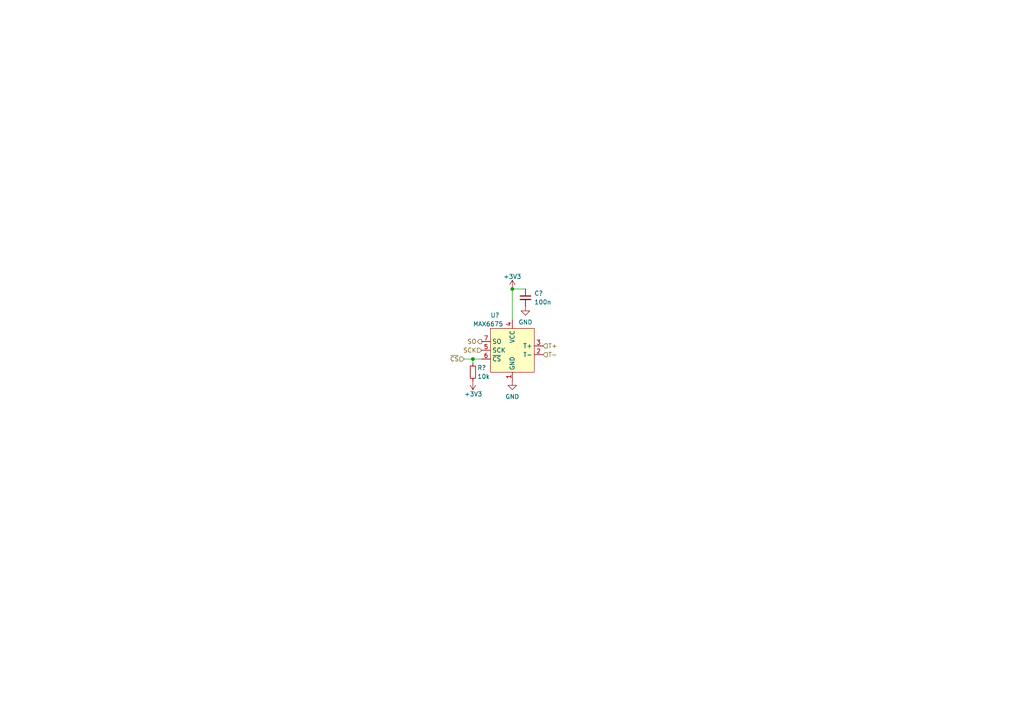
<source format=kicad_sch>
(kicad_sch (version 20211123) (generator eeschema)
  (paper "A4")
  (lib_symbols
    (symbol "Device:C_Small" (pin_numbers hide) (pin_names (offset 0.254) hide)
      (property "Reference" "C" (at 0.254 1.778 0))
      (property "Value" "C_Small" (at 0.254 -2.032 0))
      (symbol "C_Small_0_1"
        (polyline (pts (xy -1.524 -0.508) (xy 1.524 -0.508)) (stroke (width 0.3302)))
        (polyline (pts (xy -1.524 0.508) (xy 1.524 0.508)) (stroke (width 0.3048)))
      )
      (symbol "C_Small_1_1"
        (pin passive line (at 0 2.54 270) (length 2.032) (name "~") (number "1"))
        (pin passive line (at 0 -2.54 90) (length 2.032) (name "~") (number "2"))
      )
    )
    (symbol "Device:R_Small" (pin_numbers hide) (pin_names (offset 0.254) hide)
      (property "Reference" "R" (at 0.762 0.508 0))
      (property "Value" "R_Small" (at 0.762 -1.016 0))
      (symbol "R_Small_0_1"
        (rectangle (start -0.762 1.778) (end 0.762 -1.778) (stroke (width 0.2032)))
      )
      (symbol "R_Small_1_1"
        (pin passive line (at 0 2.54 270) (length 0.762) (name "~") (number "1"))
        (pin passive line (at 0 -2.54 90) (length 0.762) (name "~") (number "2"))
      )
    )
    (symbol "extraparts:MAX6675"
      (property "Reference" "U" (at 0 12.7 0))
      (property "Value" "MAX6675" (at 0 10.16 0))
      (symbol "MAX6675_0_1"
        (rectangle (start -6.35 6.35) (end 6.35 -6.35) (stroke (width 0.1524)) (fill (type background)))
      )
      (symbol "MAX6675_1_1"
        (pin power_in line (at 0 -8.89 90) (length 2.54) (name "GND") (number "1"))
        (pin input line (at 8.89 -1.27 180) (length 2.54) (name "T-") (number "2"))
        (pin input line (at 8.89 1.27 180) (length 2.54) (name "T+") (number "3"))
        (pin power_in line (at 0 8.89 270) (length 2.54) (name "VCC") (number "4"))
        (pin input line (at -8.89 0 0) (length 2.54) (name "SCK") (number "5"))
        (pin input line (at -8.89 -2.54 0) (length 2.54) (name "~{CS}") (number "6"))
        (pin output line (at -8.89 2.54 0) (length 2.54) (name "SO") (number "7"))
      )
    )
    (symbol "power:+3V3" (power) (pin_names (offset 0))
      (property "Value" "+3V3" (at 0 3.556 0))
      (symbol "+3V3_0_1"
        (polyline (pts (xy -0.762 1.27) (xy 0 2.54)))
        (polyline (pts (xy 0 0) (xy 0 2.54)))
        (polyline (pts (xy 0 2.54) (xy 0.762 1.27)))
      )
      (symbol "+3V3_1_1"
        (pin power_in line (at 0 0 90) (length 0) hide (name "+3V3") (number "1"))
      )
    )
    (symbol "power:GND" (power) (pin_names (offset 0))
      (property "Value" "GND" (at 0 -3.81 0))
      (symbol "GND_0_1"
        (polyline (pts (xy 0 0) (xy 0 -1.27) (xy 1.27 -1.27) (xy 0 -2.54) (xy -1.27 -1.27) (xy 0 -1.27)))
      )
      (symbol "GND_1_1"
        (pin power_in line (at 0 0 270) (length 0) hide (name "GND") (number "1"))
      )
    )
  )
  (junction (at 137.16 104.14))
  (junction (at 148.59 83.82))
  (wire (pts (xy 148.59 83.82) (xy 152.4 83.82)))
  (wire (pts (xy 148.59 83.82) (xy 148.59 92.71)))
  (wire (pts (xy 137.16 104.14) (xy 137.16 105.41)))
  (wire (pts (xy 137.16 104.14) (xy 139.7 104.14)))
  (wire (pts (xy 134.62 104.14) (xy 137.16 104.14)))
  (hierarchical_label "~{CS}" (shape input) (at 134.62 104.14 180))
  (hierarchical_label "T+" (shape input) (at 157.48 100.33 0))
  (hierarchical_label "SO" (shape output) (at 139.7 99.06 180))
  (hierarchical_label "T-" (shape input) (at 157.48 102.87 0))
  (hierarchical_label "SCK" (shape input) (at 139.7 101.6 180))
  (symbol (lib_id "power:+3V3") (at 137.16 110.49 180)
    (property "Reference" "#PWR?" (effects hide))
    (property "Value" "+3V3" (at 134.62 114.3 0) (effects (justify right)))
  )
  (symbol (lib_id "Device:R_Small") (at 137.16 107.95 0)
    (property "Reference" "R?" (at 138.43 106.68 0) (effects (justify left)))
    (property "Value" "10k" (at 138.43 109.22 0) (effects (justify left)))
  )
  (symbol (lib_id "extraparts:MAX6675") (at 148.59 101.6 0)
    (property "Reference" "U?" (at 142.24 91.44 0) (effects (justify left)))
    (property "Value" "MAX6675" (at 137.16 93.98 0) (effects (justify left)))
    (property "Footprint" "Package_SO:SO-8_3.9x4.9mm_P1.27mm" (effects hide))
  )
  (symbol (lib_id "power:GND") (at 148.59 110.49 0)
    (property "Reference" "#PWR?" (effects hide))
    (property "Value" "GND" (at 148.59 115.0525 0))
  )
  (symbol (lib_id "Device:C_Small") (at 152.4 86.36 0)
    (property "Reference" "C?" (at 154.94 85.09 0) (effects (justify left)))
    (property "Value" "100n" (at 154.94 87.63 0) (effects (justify left)))
  )
  (symbol (lib_id "power:+3V3") (at 148.59 83.82 0)
    (property "Reference" "#PWR?" (effects hide))
    (property "Value" "+3V3" (at 148.59 80.2155 0))
  )
  (symbol (lib_id "power:GND") (at 152.4 88.9 0)
    (property "Reference" "#PWR?" (effects hide))
    (property "Value" "GND" (at 152.4 93.4625 0))
  )
)
</source>
